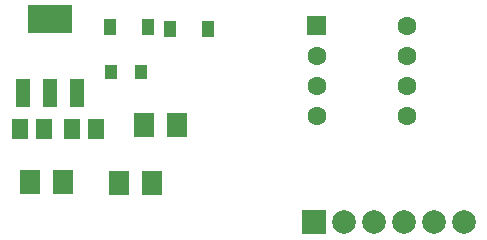
<source format=gbs>
G04 Layer: BottomSolderMaskLayer*
G04 EasyEDA v6.1.52, Mon, 22 Jul 2019 07:30:32 GMT*
G04 48bfd73402ea4c338a6de7f667507198,62ece946848449f3960951035e99d9e0,10*
G04 Gerber Generator version 0.2*
G04 Scale: 100 percent, Rotated: No, Reflected: No *
G04 Dimensions in millimeters *
G04 leading zeros omitted , absolute positions ,3 integer and 3 decimal *
%FSLAX33Y33*%
%MOMM*%
G90*
G71D02*

%ADD39C,1.600200*%
%ADD40C,2.003196*%
%ADD41R,2.003196X2.003196*%
%ADD45R,1.295400X2.362200*%
%ADD46R,3.708400X2.362200*%
%ADD47R,1.112520X1.422400*%
%ADD48R,1.003198X1.203198*%
%ADD49R,1.803400X2.004060*%
%ADD50R,1.363218X1.653210*%

%LPD*%
G54D45*
G01X6489Y13030D03*
G01X4178Y13030D03*
G01X1892Y13030D03*
G54D46*
G01X4178Y19227D03*
G54D47*
G01X9296Y18542D03*
G01X12547Y18542D03*
G01X14376Y18415D03*
G01X17627Y18415D03*
G54D48*
G01X11938Y14732D03*
G01X9398Y14732D03*
G54D49*
G01X14986Y10287D03*
G01X12192Y10287D03*
G01X5334Y5461D03*
G01X2540Y5461D03*
G01X12827Y5334D03*
G01X10033Y5334D03*
G54D50*
G01X3683Y9906D03*
G01X1651Y9906D03*
G01X8128Y9906D03*
G01X6096Y9906D03*
G36*
G01X25996Y17868D02*
G01X25996Y19469D01*
G01X27597Y19469D01*
G01X27597Y17868D01*
G01X25996Y17868D01*
G37*
G54D39*
G01X26797Y16129D03*
G01X26797Y13589D03*
G01X26797Y11049D03*
G01X34417Y11049D03*
G01X34417Y13589D03*
G01X34417Y16129D03*
G01X34417Y18669D03*
G54D40*
G01X39243Y2032D03*
G01X36703Y2032D03*
G01X34163Y2032D03*
G01X31623Y2032D03*
G01X29083Y2032D03*
G54D41*
G01X26543Y2032D03*
M00*
M02*

</source>
